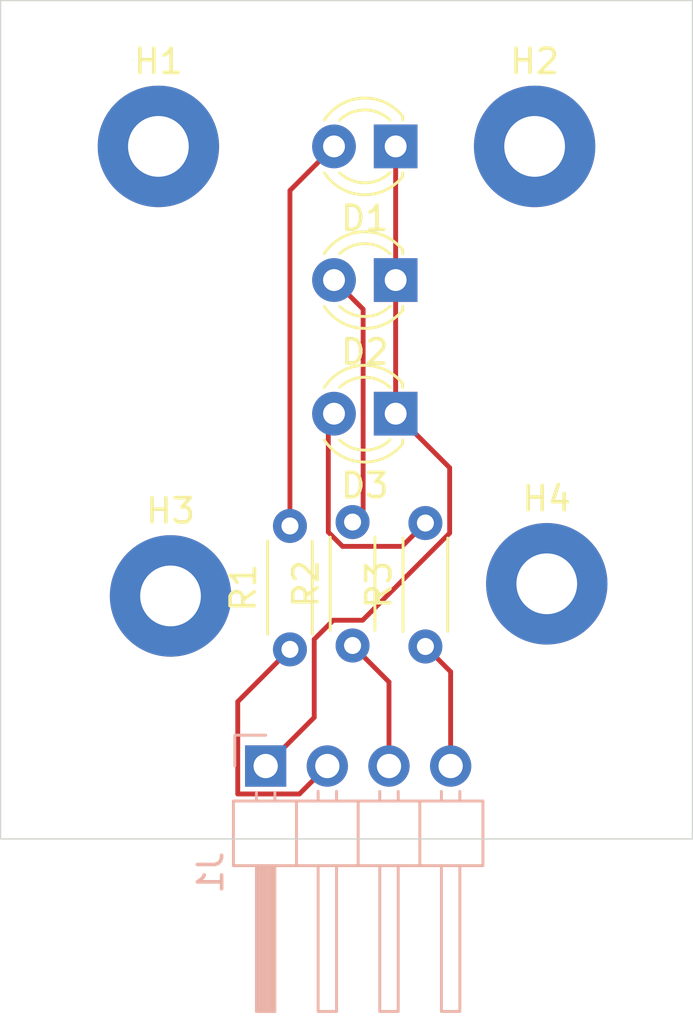
<source format=kicad_pcb>
(kicad_pcb (version 20240108) (generator "pcbnew") (generator_version "8.0")
  (layers (0 "F.Cu" signal) (31 "B.Cu" signal) (34 "B.Paste" user) (35 "F.Paste" user) (36 "B.SilkS" user "B.Silkscreen") (37 "F.SilkS" user "F.Silkscreen") (38 "B.Mask" user) (39 "F.Mask" user) (44 "Edge.Cuts" user))
  (net 0 "")
  (net 1 "Net-(D1-A)")
  (net 2 "Net-(D1-K)")
  (net 3 "Net-(D2-A)")
  (net 4 "Net-(D3-A)")
  (net 5 "Net-(J1-Pin_2)")
  (net 6 "Net-(J1-Pin_3)")
  (net 7 "Net-(J1-Pin_4)")
  (footprint "MountingHole:MountingHole_2.5mm_Pad" (layer "F.Cu") (at 132 91.5)
    (property "Reference" "H3" (at 0 -3.5 0) (layer "F.SilkS"))
    (property "Value" "MountingHole")
    (pad "1" thru_hole circle (at 0 0) (size 5 5) (drill 2.5) (layers "*.Cu" "*.Mask"))
  )
  (footprint "MountingHole:MountingHole_2.5mm_Pad" (layer "F.Cu") (at 147.5 91)
    (property "Reference" "H4" (at 0 -3.5 0) (layer "F.SilkS"))
    (property "Value" "MountingHole")
    (pad "1" thru_hole circle (at 0 0) (size 5 5) (drill 2.5) (layers "*.Cu" "*.Mask"))
  )
  (footprint "LED_THT:LED_D3.0mm" (layer "F.Cu") (at 141.275 73 180)
    (property "Reference" "D1" (at 1.27 -2.96 0) (layer "F.SilkS"))
    (property "Value" "LED")
    (fp_line (start -0.29 1.08) (end -0.29 1.236) (stroke (width 0.12)) (layer "F.SilkS"))
    (fp_line (start -0.29 -1.236) (end -0.29 -1.08) (stroke (width 0.12)) (layer "F.SilkS"))
    (fp_arc (start 2.942335 1.078608) (mid 1.366487 1.987659) (end -0.29 1.235516) (stroke (width 0.12)) (layer "F.SilkS"))
    (fp_arc (start 2.31113 1.079837) (mid 1.270117 1.5) (end 0.229039 1.08) (stroke (width 0.12)) (layer "F.SilkS"))
    (fp_arc (start 0.229039 -1.08) (mid 1.270117 -1.5) (end 2.31113 -1.079837) (stroke (width 0.12)) (layer "F.SilkS"))
    (fp_arc (start -0.29 -1.235516) (mid 1.366487 -1.987659) (end 2.942335 -1.078608) (stroke (width 0.12)) (layer "F.SilkS"))
    (pad "1" thru_hole rect (at 0 0 180) (size 1.8 1.8) (drill 0.9) (layers "*.Cu" "*.Mask") (net 2 "Net-(D1-K)"))
    (pad "2" thru_hole circle (at 2.54 0 180) (size 1.8 1.8) (drill 0.9) (layers "*.Cu" "*.Mask") (net 1 "Net-(D1-A)"))
  )
  (footprint "LED_THT:LED_D3.0mm" (layer "F.Cu") (at 141.275 78.5 180)
    (property "Reference" "D2" (at 1.27 -2.96 0) (layer "F.SilkS"))
    (property "Value" "LED")
    (fp_line (start -0.29 1.08) (end -0.29 1.236) (stroke (width 0.12)) (layer "F.SilkS"))
    (fp_line (start -0.29 -1.236) (end -0.29 -1.08) (stroke (width 0.12)) (layer "F.SilkS"))
    (fp_arc (start 2.942335 1.078608) (mid 1.366487 1.987659) (end -0.29 1.235516) (stroke (width 0.12)) (layer "F.SilkS"))
    (fp_arc (start 2.31113 1.079837) (mid 1.270117 1.5) (end 0.229039 1.08) (stroke (width 0.12)) (layer "F.SilkS"))
    (fp_arc (start 0.229039 -1.08) (mid 1.270117 -1.5) (end 2.31113 -1.079837) (stroke (width 0.12)) (layer "F.SilkS"))
    (fp_arc (start -0.29 -1.235516) (mid 1.366487 -1.987659) (end 2.942335 -1.078608) (stroke (width 0.12)) (layer "F.SilkS"))
    (pad "1" thru_hole rect (at 0 0 180) (size 1.8 1.8) (drill 0.9) (layers "*.Cu" "*.Mask") (net 2 "Net-(D1-K)"))
    (pad "2" thru_hole circle (at 2.54 0 180) (size 1.8 1.8) (drill 0.9) (layers "*.Cu" "*.Mask") (net 3 "Net-(D2-A)"))
  )
  (footprint "MountingHole:MountingHole_2.5mm_Pad" (layer "F.Cu") (at 147 73)
    (property "Reference" "H2" (at 0 -3.5 0) (layer "F.SilkS"))
    (property "Value" "MountingHole")
    (pad "1" thru_hole circle (at 0 0) (size 5 5) (drill 2.5) (layers "*.Cu" "*.Mask"))
  )
  (footprint "Resistor_THT:R_Axial_DIN0204_L3.6mm_D1.6mm_P5.08mm_Horizontal" (layer "F.Cu") (at 139.5 93.54 90)
    (property "Reference" "R2" (at 2.54 -1.92 90) (layer "F.SilkS"))
    (property "Value" "R")
    (fp_line (start 0.62 -0.92) (end 4.46 -0.92) (stroke (width 0.12)) (layer "F.SilkS"))
    (fp_line (start 0.62 0.92) (end 4.46 0.92) (stroke (width 0.12)) (layer "F.SilkS"))
    (pad "1" thru_hole circle (at 0 0 90) (size 1.4 1.4) (drill 0.7) (layers "*.Cu" "*.Mask") (net 6 "Net-(J1-Pin_3)"))
    (pad "2" thru_hole oval (at 5.08 0 90) (size 1.4 1.4) (drill 0.7) (layers "*.Cu" "*.Mask") (net 3 "Net-(D2-A)"))
  )
  (footprint "MountingHole:MountingHole_2.5mm_Pad" (layer "F.Cu") (at 131.5 73)
    (property "Reference" "H1" (at 0 -3.5 0) (layer "F.SilkS"))
    (property "Value" "MountingHole")
    (pad "1" thru_hole circle (at 0 0) (size 5 5) (drill 2.5) (layers "*.Cu" "*.Mask"))
  )
  (footprint "Resistor_THT:R_Axial_DIN0204_L3.6mm_D1.6mm_P5.08mm_Horizontal" (layer "F.Cu") (at 136.92 93.7 90)
    (property "Reference" "R1" (at 2.54 -1.92 90) (layer "F.SilkS"))
    (property "Value" "R")
    (fp_line (start 0.62 -0.92) (end 4.46 -0.92) (stroke (width 0.12)) (layer "F.SilkS"))
    (fp_line (start 0.62 0.92) (end 4.46 0.92) (stroke (width 0.12)) (layer "F.SilkS"))
    (pad "1" thru_hole circle (at 0 0 90) (size 1.4 1.4) (drill 0.7) (layers "*.Cu" "*.Mask") (net 5 "Net-(J1-Pin_2)"))
    (pad "2" thru_hole oval (at 5.08 0 90) (size 1.4 1.4) (drill 0.7) (layers "*.Cu" "*.Mask") (net 1 "Net-(D1-A)"))
  )
  (footprint "LED_THT:LED_D3.0mm" (layer "F.Cu") (at 141.275 84 180)
    (property "Reference" "D3" (at 1.27 -2.96 0) (layer "F.SilkS"))
    (property "Value" "LED")
    (fp_line (start -0.29 1.08) (end -0.29 1.236) (stroke (width 0.12)) (layer "F.SilkS"))
    (fp_line (start -0.29 -1.236) (end -0.29 -1.08) (stroke (width 0.12)) (layer "F.SilkS"))
    (fp_arc (start 2.942335 1.078608) (mid 1.366487 1.987659) (end -0.29 1.235516) (stroke (width 0.12)) (layer "F.SilkS"))
    (fp_arc (start 2.31113 1.079837) (mid 1.270117 1.5) (end 0.229039 1.08) (stroke (width 0.12)) (layer "F.SilkS"))
    (fp_arc (start 0.229039 -1.08) (mid 1.270117 -1.5) (end 2.31113 -1.079837) (stroke (width 0.12)) (layer "F.SilkS"))
    (fp_arc (start -0.29 -1.235516) (mid 1.366487 -1.987659) (end 2.942335 -1.078608) (stroke (width 0.12)) (layer "F.SilkS"))
    (pad "1" thru_hole rect (at 0 0 180) (size 1.8 1.8) (drill 0.9) (layers "*.Cu" "*.Mask") (net 2 "Net-(D1-K)"))
    (pad "2" thru_hole circle (at 2.54 0 180) (size 1.8 1.8) (drill 0.9) (layers "*.Cu" "*.Mask") (net 4 "Net-(D3-A)"))
  )
  (footprint "Resistor_THT:R_Axial_DIN0204_L3.6mm_D1.6mm_P5.08mm_Horizontal" (layer "F.Cu") (at 142.5 93.58 90)
    (property "Reference" "R3" (at 2.54 -1.92 90) (layer "F.SilkS"))
    (property "Value" "R")
    (fp_line (start 0.62 -0.92) (end 4.46 -0.92) (stroke (width 0.12)) (layer "F.SilkS"))
    (fp_line (start 0.62 0.92) (end 4.46 0.92) (stroke (width 0.12)) (layer "F.SilkS"))
    (pad "1" thru_hole circle (at 0 0 90) (size 1.4 1.4) (drill 0.7) (layers "*.Cu" "*.Mask") (net 7 "Net-(J1-Pin_4)"))
    (pad "2" thru_hole oval (at 5.08 0 90) (size 1.4 1.4) (drill 0.7) (layers "*.Cu" "*.Mask") (net 4 "Net-(D3-A)"))
  )
  (footprint "Connector_PinHeader_2.54mm:PinHeader_1x04_P2.54mm_Horizontal" (layer "B.Cu") (at 135.92 98.5 -90)
    (property "Reference" "J1" (at 4.385 2.27 90) (layer "B.SilkS") (effects (justify mirror)))
    (property "Value" "Conn_01x04_Pin")
    (fp_line (start 1.44 1.33) (end 4.1 1.33) (stroke (width 0.12)) (layer "B.SilkS"))
    (fp_line (start 4.1 1.33) (end 4.1 -8.95) (stroke (width 0.12)) (layer "B.SilkS"))
    (fp_line (start -1.27 1.27) (end -1.27 0) (stroke (width 0.12)) (layer "B.SilkS"))
    (fp_line (start 0 1.27) (end -1.27 1.27) (stroke (width 0.12)) (layer "B.SilkS"))
    (fp_line (start 1.44 0.38) (end 1.11 0.38) (stroke (width 0.12)) (layer "B.SilkS"))
    (fp_line (start 10.1 0.38) (end 4.1 0.38) (stroke (width 0.12)) (layer "B.SilkS"))
    (fp_line (start 10.1 0.32) (end 4.1 0.32) (stroke (width 0.12)) (layer "B.SilkS"))
    (fp_line (start 10.1 0.2) (end 4.1 0.2) (stroke (width 0.12)) (layer "B.SilkS"))
    (fp_line (start 10.1 0.08) (end 4.1 0.08) (stroke (width 0.12)) (layer "B.SilkS"))
    (fp_line (start 10.1 -0.04) (end 4.1 -0.04) (stroke (width 0.12)) (layer "B.SilkS"))
    (fp_line (start 10.1 -0.16) (end 4.1 -0.16) (stroke (width 0.12)) (layer "B.SilkS"))
    (fp_line (start 10.1 -0.28) (end 4.1 -0.28) (stroke (width 0.12)) (layer "B.SilkS"))
    (fp_line (start 1.44 -0.38) (end 1.11 -0.38) (stroke (width 0.12)) (layer "B.SilkS"))
    (fp_line (start 4.1 -0.38) (end 10.1 -0.38) (stroke (width 0.12)) (layer "B.SilkS"))
    (fp_line (start 10.1 -0.38) (end 10.1 0.38) (stroke (width 0.12)) (layer "B.SilkS"))
    (fp_line (start 4.1 -1.27) (end 1.44 -1.27) (stroke (width 0.12)) (layer "B.SilkS"))
    (fp_line (start 1.44 -2.16) (end 1.042929 -2.16) (stroke (width 0.12)) (layer "B.SilkS"))
    (fp_line (start 10.1 -2.16) (end 4.1 -2.16) (stroke (width 0.12)) (layer "B.SilkS"))
    (fp_line (start 1.44 -2.92) (end 1.042929 -2.92) (stroke (width 0.12)) (layer "B.SilkS"))
    (fp_line (start 4.1 -2.92) (end 10.1 -2.92) (stroke (width 0.12)) (layer "B.SilkS"))
    (fp_line (start 10.1 -2.92) (end 10.1 -2.16) (stroke (width 0.12)) (layer "B.SilkS"))
    (fp_line (start 4.1 -3.81) (end 1.44 -3.81) (stroke (width 0.12)) (layer "B.SilkS"))
    (fp_line (start 1.44 -4.7) (end 1.042929 -4.7) (stroke (width 0.12)) (layer "B.SilkS"))
    (fp_line (start 10.1 -4.7) (end 4.1 -4.7) (stroke (width 0.12)) (layer "B.SilkS"))
    (fp_line (start 1.44 -5.46) (end 1.042929 -5.46) (stroke (width 0.12)) (layer "B.SilkS"))
    (fp_line (start 4.1 -5.46) (end 10.1 -5.46) (stroke (width 0.12)) (layer "B.SilkS"))
    (fp_line (start 10.1 -5.46) (end 10.1 -4.7) (stroke (width 0.12)) (layer "B.SilkS"))
    (fp_line (start 4.1 -6.35) (end 1.44 -6.35) (stroke (width 0.12)) (layer "B.SilkS"))
    (fp_line (start 1.44 -7.24) (end 1.042929 -7.24) (stroke (width 0.12)) (layer "B.SilkS"))
    (fp_line (start 10.1 -7.24) (end 4.1 -7.24) (stroke (width 0.12)) (layer "B.SilkS"))
    (fp_line (start 1.44 -8) (end 1.042929 -8) (stroke (width 0.12)) (layer "B.SilkS"))
    (fp_line (start 4.1 -8) (end 10.1 -8) (stroke (width 0.12)) (layer "B.SilkS"))
    (fp_line (start 10.1 -8) (end 10.1 -7.24) (stroke (width 0.12)) (layer "B.SilkS"))
    (fp_line (start 1.44 -8.95) (end 1.44 1.33) (stroke (width 0.12)) (layer "B.SilkS"))
    (fp_line (start 4.1 -8.95) (end 1.44 -8.95) (stroke (width 0.12)) (layer "B.SilkS"))
    (pad "1" thru_hole rect (at 0 0 270) (size 1.7 1.7) (drill 1) (layers "*.Cu" "*.Mask") (net 2 "Net-(D1-K)"))
    (pad "2" thru_hole oval (at 0 -2.54 270) (size 1.7 1.7) (drill 1) (layers "*.Cu" "*.Mask") (net 5 "Net-(J1-Pin_2)"))
    (pad "3" thru_hole oval (at 0 -5.08 270) (size 1.7 1.7) (drill 1) (layers "*.Cu" "*.Mask") (net 6 "Net-(J1-Pin_3)"))
    (pad "4" thru_hole oval (at 0 -7.62 270) (size 1.7 1.7) (drill 1) (layers "*.Cu" "*.Mask") (net 7 "Net-(J1-Pin_4)"))
  )
  (gr_rect (start 125 67) (end 153.5 101.5) (stroke (width 0.05)) (fill none) (layer "Edge.Cuts"))
  (segment (start 136.92 74.815) (end 136.92 88.62) (width 0.2) (layer "F.Cu") (net 1))
  (segment (start 138.735 73) (end 136.92 74.815) (width 0.2) (layer "F.Cu") (net 1))
  (segment (start 143.5 88.914214) (end 139.914214 92.5) (width 0.2) (layer "F.Cu") (net 2))
  (segment (start 137.92 93.285786) (end 137.92 96.5) (width 0.2) (layer "F.Cu") (net 2))
  (segment (start 141.275 78.5) (end 141.275 84) (width 0.2) (layer "F.Cu") (net 2))
  (segment (start 141.275 73) (end 141.275 78.5) (width 0.2) (layer "F.Cu") (net 2))
  (segment (start 137.92 96.5) (end 135.92 98.5) (width 0.2) (layer "F.Cu") (net 2))
  (segment (start 139.914214 92.5) (end 138.705786 92.5) (width 0.2) (layer "F.Cu") (net 2))
  (segment (start 138.705786 92.5) (end 137.92 93.285786) (width 0.2) (layer "F.Cu") (net 2))
  (segment (start 143.5 86.225) (end 143.5 88.914214) (width 0.2) (layer "F.Cu") (net 2))
  (segment (start 141.275 84) (end 143.5 86.225) (width 0.2) (layer "F.Cu") (net 2))
  (segment (start 139.935 79.7) (end 139.935 88.025) (width 0.2) (layer "F.Cu") (net 3))
  (segment (start 138.735 78.5) (end 139.935 79.7) (width 0.2) (layer "F.Cu") (net 3))
  (segment (start 139.935 88.025) (end 139.5 88.46) (width 0.2) (layer "F.Cu") (net 3))
  (segment (start 138.5 88.874214) (end 139.085786 89.46) (width 0.2) (layer "F.Cu") (net 4))
  (segment (start 138.735 84) (end 138.5 84.235) (width 0.2) (layer "F.Cu") (net 4))
  (segment (start 139.085786 89.46) (end 141.54 89.46) (width 0.2) (layer "F.Cu") (net 4))
  (segment (start 141.54 89.46) (end 142.5 88.5) (width 0.2) (layer "F.Cu") (net 4))
  (segment (start 138.5 84.235) (end 138.5 88.874214) (width 0.2) (layer "F.Cu") (net 4))
  (segment (start 134.77 95.85) (end 134.77 99.65) (width 0.2) (layer "F.Cu") (net 5))
  (segment (start 134.77 99.65) (end 137.31 99.65) (width 0.2) (layer "F.Cu") (net 5))
  (segment (start 136.92 93.7) (end 134.77 95.85) (width 0.2) (layer "F.Cu") (net 5))
  (segment (start 137.31 99.65) (end 138.46 98.5) (width 0.2) (layer "F.Cu") (net 5))
  (segment (start 139.5 93.54) (end 141 95.04) (width 0.2) (layer "F.Cu") (net 6))
  (segment (start 141 95.04) (end 141 98.5) (width 0.2) (layer "F.Cu") (net 6))
  (segment (start 143.54 94.62) (end 143.54 98.5) (width 0.2) (layer "F.Cu") (net 7))
  (segment (start 142.5 93.58) (end 143.54 94.62) (width 0.2) (layer "F.Cu") (net 7))
)
</source>
